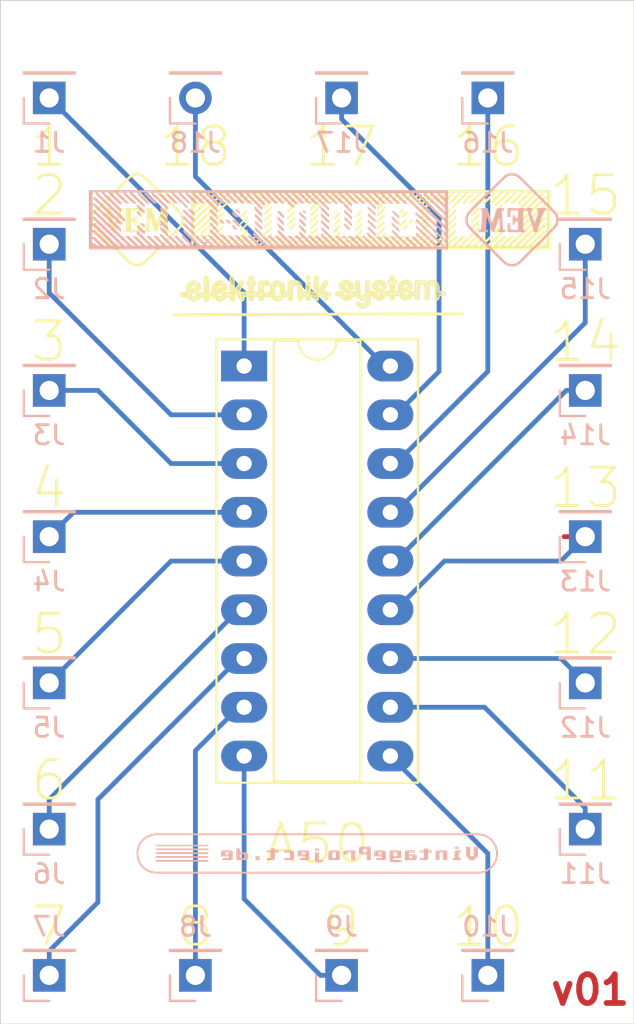
<source format=kicad_pcb>
(kicad_pcb (version 20171130) (host pcbnew "(5.1.2)-1")
  (title_block (title "NKM IC Module A50") (date 2019-05-01) (rev v01) (company VintageProject) (comment 2 "VEB Numerik Karl Marx") (comment 3 "NKM Baukasten 100/150") (comment 4 "IC Module A50"))
  (layers (0 F.Cu signal) (31 B.Cu signal) (34 B.Paste user) (35 F.Paste user) (36 B.SilkS user) (37 F.SilkS user) (38 B.Mask user) (39 F.Mask user) (44 Edge.Cuts user))
  (net 0 "")
  (net 1 "Net-(J1-Pad1)")
  (net 2 "Net-(J2-Pad1)")
  (net 3 "Net-(J3-Pad1)")
  (net 4 "Net-(J4-Pad1)")
  (net 5 "Net-(J5-Pad1)")
  (net 6 "Net-(J6-Pad1)")
  (net 7 "Net-(J7-Pad1)")
  (net 8 "Net-(J8-Pad1)")
  (net 9 "Net-(J9-Pad1)")
  (net 10 "Net-(J10-Pad1)")
  (net 11 "Net-(J11-Pad1)")
  (net 12 "Net-(J12-Pad1)")
  (net 13 "Net-(J13-Pad1)")
  (net 14 "Net-(J14-Pad1)")
  (net 15 "Net-(J15-Pad1)")
  (net 16 "Net-(J16-Pad1)")
  (net 17 "Net-(J17-Pad1)")
  (net 18 "Net-(J18-Pad1)")
  (module Thilo_Lib:numerik_4000dpi (layer F.Cu) (at 169.164 72.39)
    (fp_text reference G*** hide)
    (fp_text value LOGO hide)
  )
  (module Package_DIP:DIP-18_W7.62mm_Socket_LongPads (layer F.Cu) (at 162.56 80.01)
    (fp_text reference REF** hide)
    (fp_text value DIP-18_W7.62mm_Socket_LongPads)
    (pad 18 thru_hole oval (at 7.62 0) (size 2.4 1.6) (drill 0.8) (layers *.Cu *.Mask) (net 18 "Net-(J18-Pad1)"))
    (pad 9 thru_hole oval (at 0 20.32) (size 2.4 1.6) (drill 0.8) (layers *.Cu *.Mask) (net 9 "Net-(J9-Pad1)"))
    (pad 17 thru_hole oval (at 7.62 2.54) (size 2.4 1.6) (drill 0.8) (layers *.Cu *.Mask) (net 17 "Net-(J17-Pad1)"))
    (pad 8 thru_hole oval (at 0 17.78) (size 2.4 1.6) (drill 0.8) (layers *.Cu *.Mask) (net 8 "Net-(J8-Pad1)"))
    (pad 16 thru_hole oval (at 7.62 5.08) (size 2.4 1.6) (drill 0.8) (layers *.Cu *.Mask) (net 16 "Net-(J16-Pad1)"))
    (pad 7 thru_hole oval (at 0 15.24) (size 2.4 1.6) (drill 0.8) (layers *.Cu *.Mask) (net 7 "Net-(J7-Pad1)"))
    (pad 15 thru_hole oval (at 7.62 7.62) (size 2.4 1.6) (drill 0.8) (layers *.Cu *.Mask) (net 15 "Net-(J15-Pad1)"))
    (pad 6 thru_hole oval (at 0 12.7) (size 2.4 1.6) (drill 0.8) (layers *.Cu *.Mask) (net 6 "Net-(J6-Pad1)"))
    (pad 14 thru_hole oval (at 7.62 10.16) (size 2.4 1.6) (drill 0.8) (layers *.Cu *.Mask) (net 14 "Net-(J14-Pad1)"))
    (pad 5 thru_hole oval (at 0 10.16) (size 2.4 1.6) (drill 0.8) (layers *.Cu *.Mask) (net 5 "Net-(J5-Pad1)"))
    (pad 13 thru_hole oval (at 7.62 12.7) (size 2.4 1.6) (drill 0.8) (layers *.Cu *.Mask) (net 13 "Net-(J13-Pad1)"))
    (pad 4 thru_hole oval (at 0 7.62) (size 2.4 1.6) (drill 0.8) (layers *.Cu *.Mask) (net 4 "Net-(J4-Pad1)"))
    (pad 12 thru_hole oval (at 7.62 15.24) (size 2.4 1.6) (drill 0.8) (layers *.Cu *.Mask) (net 12 "Net-(J12-Pad1)"))
    (pad 3 thru_hole oval (at 0 5.08) (size 2.4 1.6) (drill 0.8) (layers *.Cu *.Mask) (net 3 "Net-(J3-Pad1)"))
    (pad 11 thru_hole oval (at 7.62 17.78) (size 2.4 1.6) (drill 0.8) (layers *.Cu *.Mask) (net 11 "Net-(J11-Pad1)"))
    (pad 2 thru_hole oval (at 0 2.54) (size 2.4 1.6) (drill 0.8) (layers *.Cu *.Mask) (net 2 "Net-(J2-Pad1)"))
    (pad 10 thru_hole oval (at 7.62 20.32) (size 2.4 1.6) (drill 0.8) (layers *.Cu *.Mask) (net 10 "Net-(J10-Pad1)"))
    (pad 1 thru_hole rect (at 0 0) (size 2.4 1.6) (drill 0.8) (layers *.Cu *.Mask) (net 1 "Net-(J1-Pad1)"))
  )
  (module Thilo_Lib:numerik_4000dpi (layer B.Cu) (at 163.83 72.39 180)
    (fp_text reference G*** hide)
    (fp_text value LOGO hide)
  )
  (module Thilo_Lib:Logo_VEM2 (layer F.Cu) (at 156.972 72.39)
    (fp_text reference G*** hide)
    (fp_text value LOGO hide)
  )
  (module Thilo_Lib:Logo_elektroniksystem_15mm (layer F.Cu) (at 166.37 76.2)
    (fp_text reference G*** hide)
    (fp_text value LOGO hide)
  )
  (module Thilo_Lib:Logo_VEM2 (layer B.Cu) (at 176.53 72.39 180)
    (fp_text reference G*** hide)
    (fp_text value LOGO hide)
  )
  (module Thilo_Lib:LOGO_VintageProject_F.SilkS (layer B.Cu) (at 166.37 105.41 180)
    (fp_text reference G*** hide)
    (fp_text value LOGO_VintageProject_F.SilkS hide)
  )
  (module Connector_PinHeader_2.54mm:PinHeader_1x01_P2.54mm_Vertical (layer B.Cu) (at 152.4 66.04)
    (fp_text reference J1 (at 0 2.33) (layer B.SilkS) (effects (justify mirror)))
    (fp_text value Conn_01x01_Male hide)
    (pad 1 thru_hole rect (at 0 0) (size 1.7 1.7) (drill 1) (layers *.Cu *.Mask) (net 1 "Net-(J1-Pad1)"))
  )
  (module Connector_PinHeader_2.54mm:PinHeader_1x01_P2.54mm_Vertical (layer B.Cu) (at 152.4 73.66)
    (fp_text reference J2 (at 0 2.33) (layer B.SilkS) (effects (justify mirror)))
    (fp_text value Conn_01x01_Male hide)
    (pad 1 thru_hole rect (at 0 0) (size 1.7 1.7) (drill 1) (layers *.Cu *.Mask) (net 2 "Net-(J2-Pad1)"))
  )
  (module Connector_PinHeader_2.54mm:PinHeader_1x01_P2.54mm_Vertical (layer B.Cu) (at 152.4 81.28)
    (fp_text reference J3 (at 0 2.33) (layer B.SilkS) (effects (justify mirror)))
    (fp_text value Conn_01x01_Male hide)
    (pad 1 thru_hole rect (at 0 0) (size 1.7 1.7) (drill 1) (layers *.Cu *.Mask) (net 3 "Net-(J3-Pad1)"))
  )
  (module Connector_PinHeader_2.54mm:PinHeader_1x01_P2.54mm_Vertical (layer B.Cu) (at 152.4 88.9)
    (fp_text reference J4 (at 0 2.33) (layer B.SilkS) (effects (justify mirror)))
    (fp_text value Conn_01x01_Male hide)
    (pad 1 thru_hole rect (at 0 0) (size 1.7 1.7) (drill 1) (layers *.Cu *.Mask) (net 4 "Net-(J4-Pad1)"))
  )
  (module Connector_PinHeader_2.54mm:PinHeader_1x01_P2.54mm_Vertical (layer B.Cu) (at 152.4 96.52)
    (fp_text reference J5 (at 0 2.33) (layer B.SilkS) (effects (justify mirror)))
    (fp_text value Conn_01x01_Male hide)
    (pad 1 thru_hole rect (at 0 0) (size 1.7 1.7) (drill 1) (layers *.Cu *.Mask) (net 5 "Net-(J5-Pad1)"))
  )
  (module Connector_PinHeader_2.54mm:PinHeader_1x01_P2.54mm_Vertical (layer B.Cu) (at 152.4 104.14)
    (fp_text reference J6 (at 0 2.33) (layer B.SilkS) (effects (justify mirror)))
    (fp_text value Conn_01x01_Male hide)
    (pad 1 thru_hole rect (at 0 0) (size 1.7 1.7) (drill 1) (layers *.Cu *.Mask) (net 6 "Net-(J6-Pad1)"))
  )
  (module Connector_PinHeader_2.54mm:PinHeader_1x01_P2.54mm_Vertical (layer B.Cu) (at 152.4 111.76)
    (fp_text reference J7 (at 0 -2.54) (layer B.SilkS) (effects (justify mirror)))
    (fp_text value Conn_01x01_Male hide)
    (pad 1 thru_hole rect (at 0 0) (size 1.7 1.7) (drill 1) (layers *.Cu *.Mask) (net 7 "Net-(J7-Pad1)"))
  )
  (module Connector_PinHeader_2.54mm:PinHeader_1x01_P2.54mm_Vertical (layer B.Cu) (at 160.02 111.76)
    (fp_text reference J8 (at 0 -2.54) (layer B.SilkS) (effects (justify mirror)))
    (fp_text value Conn_01x01_Male hide)
    (pad 1 thru_hole rect (at 0 0) (size 1.7 1.7) (drill 1) (layers *.Cu *.Mask) (net 8 "Net-(J8-Pad1)"))
  )
  (module Connector_PinHeader_2.54mm:PinHeader_1x01_P2.54mm_Vertical (layer B.Cu) (at 167.64 111.76)
    (fp_text reference J9 (at 0 -2.54) (layer B.SilkS) (effects (justify mirror)))
    (fp_text value Conn_01x01_Male)
    (pad 1 thru_hole rect (at 0 0) (size 1.7 1.7) (drill 1) (layers *.Cu *.Mask) (net 9 "Net-(J9-Pad1)"))
  )
  (module Connector_PinHeader_2.54mm:PinHeader_1x01_P2.54mm_Vertical (layer B.Cu) (at 175.26 111.76)
    (fp_text reference J10 (at 0 -2.54) (layer B.SilkS) (effects (justify mirror)))
    (fp_text value Conn_01x01_Male)
    (pad 1 thru_hole rect (at 0 0) (size 1.7 1.7) (drill 1) (layers *.Cu *.Mask) (net 10 "Net-(J10-Pad1)"))
  )
  (module Connector_PinHeader_2.54mm:PinHeader_1x01_P2.54mm_Vertical (layer B.Cu) (at 180.34 104.14)
    (fp_text reference J11 (at 0 2.33) (layer B.SilkS) (effects (justify mirror)))
    (fp_text value Conn_01x01_Male hide)
    (pad 1 thru_hole rect (at 0 0) (size 1.7 1.7) (drill 1) (layers *.Cu *.Mask) (net 11 "Net-(J11-Pad1)"))
  )
  (module Connector_PinHeader_2.54mm:PinHeader_1x01_P2.54mm_Vertical (layer B.Cu) (at 180.34 96.52)
    (fp_text reference J12 (at 0 2.33) (layer B.SilkS) (effects (justify mirror)))
    (fp_text value Conn_01x01_Male hide)
    (pad 1 thru_hole rect (at 0 0) (size 1.7 1.7) (drill 1) (layers *.Cu *.Mask) (net 12 "Net-(J12-Pad1)"))
  )
  (module Connector_PinHeader_2.54mm:PinHeader_1x01_P2.54mm_Vertical (layer B.Cu) (at 180.34 88.9)
    (fp_text reference J13 (at 0 2.33) (layer B.SilkS) (effects (justify mirror)))
    (fp_text value Conn_01x01_Male hide)
    (pad 1 thru_hole rect (at 0 0) (size 1.7 1.7) (drill 1) (layers *.Cu *.Mask) (net 13 "Net-(J13-Pad1)"))
  )
  (module Connector_PinHeader_2.54mm:PinHeader_1x01_P2.54mm_Vertical (layer B.Cu) (at 180.34 81.28)
    (fp_text reference J14 (at 0 2.33) (layer B.SilkS) (effects (justify mirror)))
    (fp_text value Conn_01x01_Male hide)
    (pad 1 thru_hole rect (at 0 0) (size 1.7 1.7) (drill 1) (layers *.Cu *.Mask) (net 14 "Net-(J14-Pad1)"))
  )
  (module Connector_PinHeader_2.54mm:PinHeader_1x01_P2.54mm_Vertical (layer B.Cu) (at 180.34 73.66)
    (fp_text reference J15 (at 0 2.33) (layer B.SilkS) (effects (justify mirror)))
    (fp_text value Conn_01x01_Male hide)
    (pad 1 thru_hole rect (at 0 0) (size 1.7 1.7) (drill 1) (layers *.Cu *.Mask) (net 15 "Net-(J15-Pad1)"))
  )
  (module Connector_PinHeader_2.54mm:PinHeader_1x01_P2.54mm_Vertical (layer B.Cu) (at 175.26 66.04)
    (fp_text reference J16 (at 0 2.33) (layer B.SilkS) (effects (justify mirror)))
    (fp_text value Conn_01x01_Male hide)
    (pad 1 thru_hole rect (at 0 0) (size 1.7 1.7) (drill 1) (layers *.Cu *.Mask) (net 16 "Net-(J16-Pad1)"))
  )
  (module Connector_PinHeader_2.54mm:PinHeader_1x01_P2.54mm_Vertical (layer B.Cu) (at 167.64 66.04)
    (fp_text reference J17 (at 0 2.33) (layer B.SilkS) (effects (justify mirror)))
    (fp_text value Conn_01x01_Male hide)
    (pad 1 thru_hole rect (at 0 0) (size 1.7 1.7) (drill 1) (layers *.Cu *.Mask) (net 17 "Net-(J17-Pad1)"))
  )
  (module Connector_PinHeader_2.54mm:PinHeader_1x01_P2.54mm_Vertical (layer B.Cu) (at 160.02 66.04)
    (fp_text reference J18 (at 0 2.33) (layer B.SilkS) (effects (justify mirror)))
    (fp_text value Conn_01x01_Male hide)
    (pad 1 thru_hole circle (at 0 0) (size 1.7 1.7) (drill 1) (layers *.Cu *.Mask) (net 18 "Net-(J18-Pad1)"))
  )
  (gr_text 18 (at 160.02 68.58) (layer F.SilkS) (effects (font (size 2 2))))
  (gr_text 17 (at 167.64 68.58) (layer F.SilkS) (effects (font (size 2 2))))
  (gr_text 11 (at 180.34 101.6) (layer F.SilkS) (effects (font (size 2 2))))
  (gr_text 12 (at 180.34 93.98) (layer F.SilkS) (effects (font (size 2 2))))
  (gr_text 13 (at 180.34 86.36) (layer F.SilkS) (effects (font (size 2 2))))
  (gr_text 14 (at 180.34 78.74) (layer F.SilkS) (effects (font (size 2 2))))
  (gr_text 10 (at 175.26 109.22) (layer F.SilkS) (effects (font (size 2 2))))
  (gr_text 9 (at 167.64 109.22) (layer F.SilkS) (effects (font (size 2 2))))
  (gr_text 8 (at 160.02 109.22) (layer F.SilkS) (effects (font (size 2 2))))
  (gr_text 7 (at 152.4 109.22) (layer F.SilkS) (effects (font (size 2 2))))
  (gr_text 6 (at 152.4 101.6) (layer F.SilkS) (effects (font (size 2 2))))
  (gr_text 4 (at 152.4 86.36) (layer F.SilkS) (effects (font (size 2 2))))
  (gr_text 5 (at 152.4 93.98) (layer F.SilkS) (effects (font (size 2 2))))
  (gr_text 3 (at 152.4 78.74) (layer F.SilkS) (effects (font (size 2 2))))
  (gr_text 16 (at 175.26 68.58) (layer F.SilkS) (effects (font (size 2 2))))
  (gr_line (start 149.86 93.98) (end 149.86 60.96) (layer Edge.Cuts) (width 0.05))
  (gr_line (start 182.88 93.98) (end 182.88 60.96) (layer Edge.Cuts) (width 0.05))
  (gr_line (start 182.88 60.96) (end 149.86 60.96) (layer Edge.Cuts) (width 0.05))
  (gr_line (start 182.88 114.3) (end 182.88 93.98) (layer Edge.Cuts) (width 0.05))
  (gr_line (start 149.86 114.3) (end 182.88 114.3) (layer Edge.Cuts) (width 0.05))
  (gr_line (start 149.86 93.98) (end 149.86 114.3) (layer Edge.Cuts) (width 0.05))
  (gr_text v01 (at 180.594 112.522) (layer F.Cu) (effects (font (size 1.5 1.5) (thickness 0.3))))
  (gr_text 15 (at 180.34 71.12) (layer F.SilkS) (effects (font (size 2 2))))
  (gr_text 2 (at 152.4 71.12) (layer F.SilkS) (effects (font (size 2 2))))
  (gr_text 1 (at 152.4 68.58) (layer F.SilkS) (effects (font (size 2 2))))
  (gr_text A50 (at 166.37 104.902) (layer F.SilkS) (effects (font (size 2 2))))
  (segment (start 162.56 76.2) (end 162.56 80.01) (width 0.25) (layer B.Cu) (net 1))
  (segment (start 152.4 66.04) (end 162.56 76.2) (width 0.25) (layer B.Cu) (net 1))
  (segment (start 152.4 73.66) (end 152.4 76.2) (width 0.25) (layer B.Cu) (net 2))
  (segment (start 158.75 82.55) (end 162.56 82.55) (width 0.25) (layer B.Cu) (net 2))
  (segment (start 152.4 76.2) (end 158.75 82.55) (width 0.25) (layer B.Cu) (net 2))
  (segment (start 152.4 81.28) (end 154.94 81.28) (width 0.25) (layer B.Cu) (net 3))
  (segment (start 158.75 85.09) (end 162.56 85.09) (width 0.25) (layer B.Cu) (net 3))
  (segment (start 154.94 81.28) (end 158.75 85.09) (width 0.25) (layer B.Cu) (net 3))
  (segment (start 153.67 87.63) (end 152.4 88.9) (width 0.25) (layer B.Cu) (net 4))
  (segment (start 162.56 87.63) (end 153.67 87.63) (width 0.25) (layer B.Cu) (net 4))
  (segment (start 152.4 96.52) (end 158.75 90.17) (width 0.25) (layer B.Cu) (net 5))
  (segment (start 158.75 90.17) (end 162.56 90.17) (width 0.25) (layer B.Cu) (net 5))
  (segment (start 162.28 92.71) (end 162.56 92.71) (width 0.25) (layer B.Cu) (net 6))
  (segment (start 152.4 102.59) (end 162.28 92.71) (width 0.25) (layer B.Cu) (net 6))
  (segment (start 152.4 104.14) (end 152.4 102.59) (width 0.25) (layer B.Cu) (net 6))
  (segment (start 152.4 110.49) (end 152.4 111.76) (width 0.25) (layer B.Cu) (net 7))
  (segment (start 154.94 107.95) (end 152.4 110.49) (width 0.25) (layer B.Cu) (net 7))
  (segment (start 154.94 102.59) (end 154.94 107.95) (width 0.25) (layer B.Cu) (net 7))
  (segment (start 162.56 95.25) (end 162.28 95.25) (width 0.25) (layer B.Cu) (net 7))
  (segment (start 162.28 95.25) (end 154.94 102.59) (width 0.25) (layer B.Cu) (net 7))
  (segment (start 160.02 110.66) (end 160.02 111.76) (width 0.25) (layer B.Cu) (net 8))
  (segment (start 160.02 100.05) (end 160.02 110.66) (width 0.25) (layer B.Cu) (net 8))
  (segment (start 162.28 97.79) (end 160.02 100.05) (width 0.25) (layer B.Cu) (net 8))
  (segment (start 162.56 97.79) (end 162.28 97.79) (width 0.25) (layer B.Cu) (net 8))
  (segment (start 166.54 111.76) (end 167.64 111.76) (width 0.25) (layer B.Cu) (net 9))
  (segment (start 162.56 107.78) (end 166.54 111.76) (width 0.25) (layer B.Cu) (net 9))
  (segment (start 162.56 100.33) (end 162.56 107.78) (width 0.25) (layer B.Cu) (net 9))
  (segment (start 170.18 100.33) (end 175.26 105.41) (width 0.25) (layer B.Cu) (net 10))
  (segment (start 175.26 105.41) (end 175.26 111.76) (width 0.25) (layer B.Cu) (net 10))
  (segment (start 180.34 103.04) (end 180.34 104.14) (width 0.25) (layer B.Cu) (net 11))
  (segment (start 175.09 97.79) (end 180.34 103.04) (width 0.25) (layer B.Cu) (net 11))
  (segment (start 170.18 97.79) (end 175.09 97.79) (width 0.25) (layer B.Cu) (net 11))
  (segment (start 179.07 95.25) (end 180.34 96.52) (width 0.25) (layer B.Cu) (net 12))
  (segment (start 170.18 95.25) (end 179.07 95.25) (width 0.25) (layer B.Cu) (net 12))
  (segment (start 180.34 88.9) (end 179.24 88.9) (width 0.25) (layer F.Cu) (net 13))
  (segment (start 170.46 92.71) (end 170.18 92.71) (width 0.25) (layer B.Cu) (net 13))
  (segment (start 173 90.17) (end 170.46 92.71) (width 0.25) (layer B.Cu) (net 13))
  (segment (start 180.34 88.9) (end 179.07 90.17) (width 0.25) (layer B.Cu) (net 13))
  (segment (start 179.07 90.17) (end 173 90.17) (width 0.25) (layer B.Cu) (net 13))
  (segment (start 170.46 90.17) (end 170.18 90.17) (width 0.25) (layer B.Cu) (net 14))
  (segment (start 180.34 81.28) (end 179.35 81.28) (width 0.25) (layer B.Cu) (net 14))
  (segment (start 179.35 81.28) (end 170.46 90.17) (width 0.25) (layer B.Cu) (net 14))
  (segment (start 180.34 74.76) (end 180.34 73.66) (width 0.25) (layer B.Cu) (net 15))
  (segment (start 180.34 77.75) (end 180.34 74.76) (width 0.25) (layer B.Cu) (net 15))
  (segment (start 170.46 87.63) (end 180.34 77.75) (width 0.25) (layer B.Cu) (net 15))
  (segment (start 170.18 87.63) (end 170.46 87.63) (width 0.25) (layer B.Cu) (net 15))
  (segment (start 170.46 85.09) (end 170.18 85.09) (width 0.25) (layer B.Cu) (net 16))
  (segment (start 175.26 80.29) (end 170.46 85.09) (width 0.25) (layer B.Cu) (net 16))
  (segment (start 175.26 66.04) (end 175.26 80.29) (width 0.25) (layer B.Cu) (net 16))
  (segment (start 170.46 82.55) (end 170.18 82.55) (width 0.25) (layer B.Cu) (net 17))
  (segment (start 172.72 80.29) (end 170.46 82.55) (width 0.25) (layer B.Cu) (net 17))
  (segment (start 172.72 72.22) (end 172.72 80.29) (width 0.25) (layer B.Cu) (net 17))
  (segment (start 167.64 66.04) (end 167.64 67.14) (width 0.25) (layer B.Cu) (net 17))
  (segment (start 167.64 67.14) (end 172.72 72.22) (width 0.25) (layer B.Cu) (net 17))
  (segment (start 169.9 80.01) (end 170.18 80.01) (width 0.25) (layer B.Cu) (net 18))
  (segment (start 160.02 70.13) (end 169.9 80.01) (width 0.25) (layer B.Cu) (net 18))
  (segment (start 160.02 66.04) (end 160.02 70.13) (width 0.25) (layer B.Cu) (net 18))
)
</source>
